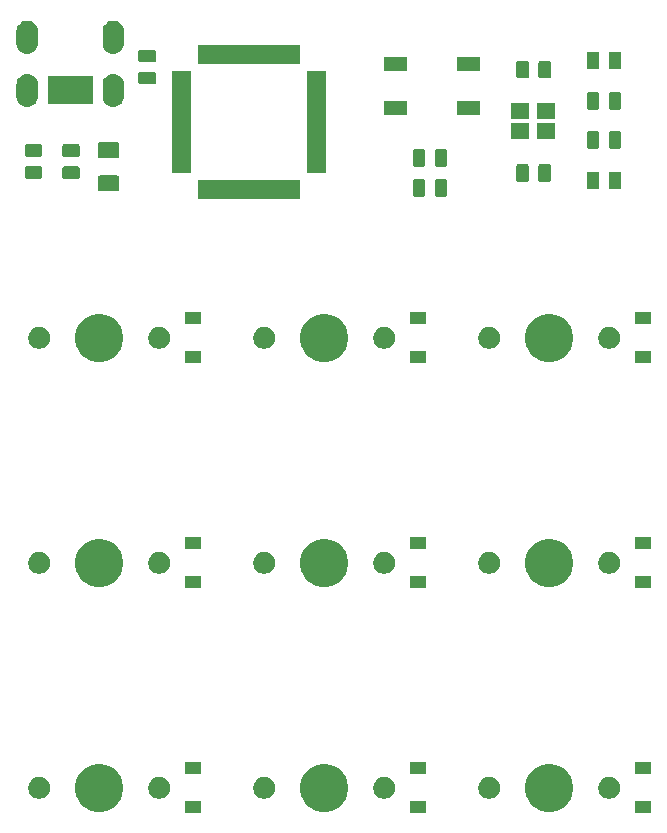
<source format=gts>
G04 #@! TF.GenerationSoftware,KiCad,Pcbnew,(5.1.2)-2*
G04 #@! TF.CreationDate,2019-08-06T13:22:13-07:00*
G04 #@! TF.ProjectId,first-keyboard,66697273-742d-46b6-9579-626f6172642e,rev?*
G04 #@! TF.SameCoordinates,Original*
G04 #@! TF.FileFunction,Soldermask,Top*
G04 #@! TF.FilePolarity,Negative*
%FSLAX46Y46*%
G04 Gerber Fmt 4.6, Leading zero omitted, Abs format (unit mm)*
G04 Created by KiCad (PCBNEW (5.1.2)-2) date 2019-08-06 13:22:13*
%MOMM*%
%LPD*%
G04 APERTURE LIST*
%ADD10C,0.100000*%
G04 APERTURE END LIST*
D10*
G36*
X90281250Y-123564000D02*
G01*
X88979250Y-123564000D01*
X88979250Y-122562000D01*
X90281250Y-122562000D01*
X90281250Y-123564000D01*
X90281250Y-123564000D01*
G37*
G36*
X109331250Y-123564000D02*
G01*
X108029250Y-123564000D01*
X108029250Y-122562000D01*
X109331250Y-122562000D01*
X109331250Y-123564000D01*
X109331250Y-123564000D01*
G37*
G36*
X128381250Y-123564000D02*
G01*
X127079250Y-123564000D01*
X127079250Y-122562000D01*
X128381250Y-122562000D01*
X128381250Y-123564000D01*
X128381250Y-123564000D01*
G37*
G36*
X82289224Y-119509184D02*
G01*
X82507224Y-119599483D01*
X82661373Y-119663333D01*
X82996298Y-119887123D01*
X83281127Y-120171952D01*
X83504917Y-120506877D01*
X83537312Y-120585086D01*
X83659066Y-120879026D01*
X83737650Y-121274094D01*
X83737650Y-121676906D01*
X83659066Y-122071974D01*
X83608201Y-122194772D01*
X83504917Y-122444123D01*
X83281127Y-122779048D01*
X82996298Y-123063877D01*
X82661373Y-123287667D01*
X82507224Y-123351517D01*
X82289224Y-123441816D01*
X81894156Y-123520400D01*
X81491344Y-123520400D01*
X81096276Y-123441816D01*
X80878276Y-123351517D01*
X80724127Y-123287667D01*
X80389202Y-123063877D01*
X80104373Y-122779048D01*
X79880583Y-122444123D01*
X79777299Y-122194772D01*
X79726434Y-122071974D01*
X79647850Y-121676906D01*
X79647850Y-121274094D01*
X79726434Y-120879026D01*
X79848188Y-120585086D01*
X79880583Y-120506877D01*
X80104373Y-120171952D01*
X80389202Y-119887123D01*
X80724127Y-119663333D01*
X80878276Y-119599483D01*
X81096276Y-119509184D01*
X81491344Y-119430600D01*
X81894156Y-119430600D01*
X82289224Y-119509184D01*
X82289224Y-119509184D01*
G37*
G36*
X120389224Y-119509184D02*
G01*
X120607224Y-119599483D01*
X120761373Y-119663333D01*
X121096298Y-119887123D01*
X121381127Y-120171952D01*
X121604917Y-120506877D01*
X121637312Y-120585086D01*
X121759066Y-120879026D01*
X121837650Y-121274094D01*
X121837650Y-121676906D01*
X121759066Y-122071974D01*
X121708201Y-122194772D01*
X121604917Y-122444123D01*
X121381127Y-122779048D01*
X121096298Y-123063877D01*
X120761373Y-123287667D01*
X120607224Y-123351517D01*
X120389224Y-123441816D01*
X119994156Y-123520400D01*
X119591344Y-123520400D01*
X119196276Y-123441816D01*
X118978276Y-123351517D01*
X118824127Y-123287667D01*
X118489202Y-123063877D01*
X118204373Y-122779048D01*
X117980583Y-122444123D01*
X117877299Y-122194772D01*
X117826434Y-122071974D01*
X117747850Y-121676906D01*
X117747850Y-121274094D01*
X117826434Y-120879026D01*
X117948188Y-120585086D01*
X117980583Y-120506877D01*
X118204373Y-120171952D01*
X118489202Y-119887123D01*
X118824127Y-119663333D01*
X118978276Y-119599483D01*
X119196276Y-119509184D01*
X119591344Y-119430600D01*
X119994156Y-119430600D01*
X120389224Y-119509184D01*
X120389224Y-119509184D01*
G37*
G36*
X101339224Y-119509184D02*
G01*
X101557224Y-119599483D01*
X101711373Y-119663333D01*
X102046298Y-119887123D01*
X102331127Y-120171952D01*
X102554917Y-120506877D01*
X102587312Y-120585086D01*
X102709066Y-120879026D01*
X102787650Y-121274094D01*
X102787650Y-121676906D01*
X102709066Y-122071974D01*
X102658201Y-122194772D01*
X102554917Y-122444123D01*
X102331127Y-122779048D01*
X102046298Y-123063877D01*
X101711373Y-123287667D01*
X101557224Y-123351517D01*
X101339224Y-123441816D01*
X100944156Y-123520400D01*
X100541344Y-123520400D01*
X100146276Y-123441816D01*
X99928276Y-123351517D01*
X99774127Y-123287667D01*
X99439202Y-123063877D01*
X99154373Y-122779048D01*
X98930583Y-122444123D01*
X98827299Y-122194772D01*
X98776434Y-122071974D01*
X98697850Y-121676906D01*
X98697850Y-121274094D01*
X98776434Y-120879026D01*
X98898188Y-120585086D01*
X98930583Y-120506877D01*
X99154373Y-120171952D01*
X99439202Y-119887123D01*
X99774127Y-119663333D01*
X99928276Y-119599483D01*
X100146276Y-119509184D01*
X100541344Y-119430600D01*
X100944156Y-119430600D01*
X101339224Y-119509184D01*
X101339224Y-119509184D01*
G37*
G36*
X114982854Y-120585085D02*
G01*
X115151376Y-120654889D01*
X115303041Y-120756228D01*
X115432022Y-120885209D01*
X115533361Y-121036874D01*
X115603165Y-121205396D01*
X115638750Y-121384297D01*
X115638750Y-121566703D01*
X115603165Y-121745604D01*
X115533361Y-121914126D01*
X115432022Y-122065791D01*
X115303041Y-122194772D01*
X115151376Y-122296111D01*
X114982854Y-122365915D01*
X114803953Y-122401500D01*
X114621547Y-122401500D01*
X114442646Y-122365915D01*
X114274124Y-122296111D01*
X114122459Y-122194772D01*
X113993478Y-122065791D01*
X113892139Y-121914126D01*
X113822335Y-121745604D01*
X113786750Y-121566703D01*
X113786750Y-121384297D01*
X113822335Y-121205396D01*
X113892139Y-121036874D01*
X113993478Y-120885209D01*
X114122459Y-120756228D01*
X114274124Y-120654889D01*
X114442646Y-120585085D01*
X114621547Y-120549500D01*
X114803953Y-120549500D01*
X114982854Y-120585085D01*
X114982854Y-120585085D01*
G37*
G36*
X106092854Y-120585085D02*
G01*
X106261376Y-120654889D01*
X106413041Y-120756228D01*
X106542022Y-120885209D01*
X106643361Y-121036874D01*
X106713165Y-121205396D01*
X106748750Y-121384297D01*
X106748750Y-121566703D01*
X106713165Y-121745604D01*
X106643361Y-121914126D01*
X106542022Y-122065791D01*
X106413041Y-122194772D01*
X106261376Y-122296111D01*
X106092854Y-122365915D01*
X105913953Y-122401500D01*
X105731547Y-122401500D01*
X105552646Y-122365915D01*
X105384124Y-122296111D01*
X105232459Y-122194772D01*
X105103478Y-122065791D01*
X105002139Y-121914126D01*
X104932335Y-121745604D01*
X104896750Y-121566703D01*
X104896750Y-121384297D01*
X104932335Y-121205396D01*
X105002139Y-121036874D01*
X105103478Y-120885209D01*
X105232459Y-120756228D01*
X105384124Y-120654889D01*
X105552646Y-120585085D01*
X105731547Y-120549500D01*
X105913953Y-120549500D01*
X106092854Y-120585085D01*
X106092854Y-120585085D01*
G37*
G36*
X95932854Y-120585085D02*
G01*
X96101376Y-120654889D01*
X96253041Y-120756228D01*
X96382022Y-120885209D01*
X96483361Y-121036874D01*
X96553165Y-121205396D01*
X96588750Y-121384297D01*
X96588750Y-121566703D01*
X96553165Y-121745604D01*
X96483361Y-121914126D01*
X96382022Y-122065791D01*
X96253041Y-122194772D01*
X96101376Y-122296111D01*
X95932854Y-122365915D01*
X95753953Y-122401500D01*
X95571547Y-122401500D01*
X95392646Y-122365915D01*
X95224124Y-122296111D01*
X95072459Y-122194772D01*
X94943478Y-122065791D01*
X94842139Y-121914126D01*
X94772335Y-121745604D01*
X94736750Y-121566703D01*
X94736750Y-121384297D01*
X94772335Y-121205396D01*
X94842139Y-121036874D01*
X94943478Y-120885209D01*
X95072459Y-120756228D01*
X95224124Y-120654889D01*
X95392646Y-120585085D01*
X95571547Y-120549500D01*
X95753953Y-120549500D01*
X95932854Y-120585085D01*
X95932854Y-120585085D01*
G37*
G36*
X125142854Y-120585085D02*
G01*
X125311376Y-120654889D01*
X125463041Y-120756228D01*
X125592022Y-120885209D01*
X125693361Y-121036874D01*
X125763165Y-121205396D01*
X125798750Y-121384297D01*
X125798750Y-121566703D01*
X125763165Y-121745604D01*
X125693361Y-121914126D01*
X125592022Y-122065791D01*
X125463041Y-122194772D01*
X125311376Y-122296111D01*
X125142854Y-122365915D01*
X124963953Y-122401500D01*
X124781547Y-122401500D01*
X124602646Y-122365915D01*
X124434124Y-122296111D01*
X124282459Y-122194772D01*
X124153478Y-122065791D01*
X124052139Y-121914126D01*
X123982335Y-121745604D01*
X123946750Y-121566703D01*
X123946750Y-121384297D01*
X123982335Y-121205396D01*
X124052139Y-121036874D01*
X124153478Y-120885209D01*
X124282459Y-120756228D01*
X124434124Y-120654889D01*
X124602646Y-120585085D01*
X124781547Y-120549500D01*
X124963953Y-120549500D01*
X125142854Y-120585085D01*
X125142854Y-120585085D01*
G37*
G36*
X87042854Y-120585085D02*
G01*
X87211376Y-120654889D01*
X87363041Y-120756228D01*
X87492022Y-120885209D01*
X87593361Y-121036874D01*
X87663165Y-121205396D01*
X87698750Y-121384297D01*
X87698750Y-121566703D01*
X87663165Y-121745604D01*
X87593361Y-121914126D01*
X87492022Y-122065791D01*
X87363041Y-122194772D01*
X87211376Y-122296111D01*
X87042854Y-122365915D01*
X86863953Y-122401500D01*
X86681547Y-122401500D01*
X86502646Y-122365915D01*
X86334124Y-122296111D01*
X86182459Y-122194772D01*
X86053478Y-122065791D01*
X85952139Y-121914126D01*
X85882335Y-121745604D01*
X85846750Y-121566703D01*
X85846750Y-121384297D01*
X85882335Y-121205396D01*
X85952139Y-121036874D01*
X86053478Y-120885209D01*
X86182459Y-120756228D01*
X86334124Y-120654889D01*
X86502646Y-120585085D01*
X86681547Y-120549500D01*
X86863953Y-120549500D01*
X87042854Y-120585085D01*
X87042854Y-120585085D01*
G37*
G36*
X76882854Y-120585085D02*
G01*
X77051376Y-120654889D01*
X77203041Y-120756228D01*
X77332022Y-120885209D01*
X77433361Y-121036874D01*
X77503165Y-121205396D01*
X77538750Y-121384297D01*
X77538750Y-121566703D01*
X77503165Y-121745604D01*
X77433361Y-121914126D01*
X77332022Y-122065791D01*
X77203041Y-122194772D01*
X77051376Y-122296111D01*
X76882854Y-122365915D01*
X76703953Y-122401500D01*
X76521547Y-122401500D01*
X76342646Y-122365915D01*
X76174124Y-122296111D01*
X76022459Y-122194772D01*
X75893478Y-122065791D01*
X75792139Y-121914126D01*
X75722335Y-121745604D01*
X75686750Y-121566703D01*
X75686750Y-121384297D01*
X75722335Y-121205396D01*
X75792139Y-121036874D01*
X75893478Y-120885209D01*
X76022459Y-120756228D01*
X76174124Y-120654889D01*
X76342646Y-120585085D01*
X76521547Y-120549500D01*
X76703953Y-120549500D01*
X76882854Y-120585085D01*
X76882854Y-120585085D01*
G37*
G36*
X109331250Y-120264000D02*
G01*
X108029250Y-120264000D01*
X108029250Y-119262000D01*
X109331250Y-119262000D01*
X109331250Y-120264000D01*
X109331250Y-120264000D01*
G37*
G36*
X128381250Y-120264000D02*
G01*
X127079250Y-120264000D01*
X127079250Y-119262000D01*
X128381250Y-119262000D01*
X128381250Y-120264000D01*
X128381250Y-120264000D01*
G37*
G36*
X90281250Y-120264000D02*
G01*
X88979250Y-120264000D01*
X88979250Y-119262000D01*
X90281250Y-119262000D01*
X90281250Y-120264000D01*
X90281250Y-120264000D01*
G37*
G36*
X109331250Y-104514000D02*
G01*
X108029250Y-104514000D01*
X108029250Y-103512000D01*
X109331250Y-103512000D01*
X109331250Y-104514000D01*
X109331250Y-104514000D01*
G37*
G36*
X128381250Y-104514000D02*
G01*
X127079250Y-104514000D01*
X127079250Y-103512000D01*
X128381250Y-103512000D01*
X128381250Y-104514000D01*
X128381250Y-104514000D01*
G37*
G36*
X90281250Y-104514000D02*
G01*
X88979250Y-104514000D01*
X88979250Y-103512000D01*
X90281250Y-103512000D01*
X90281250Y-104514000D01*
X90281250Y-104514000D01*
G37*
G36*
X120389224Y-100459184D02*
G01*
X120607224Y-100549483D01*
X120761373Y-100613333D01*
X121096298Y-100837123D01*
X121381127Y-101121952D01*
X121604917Y-101456877D01*
X121637312Y-101535086D01*
X121759066Y-101829026D01*
X121837650Y-102224094D01*
X121837650Y-102626906D01*
X121759066Y-103021974D01*
X121708201Y-103144772D01*
X121604917Y-103394123D01*
X121381127Y-103729048D01*
X121096298Y-104013877D01*
X120761373Y-104237667D01*
X120607224Y-104301517D01*
X120389224Y-104391816D01*
X119994156Y-104470400D01*
X119591344Y-104470400D01*
X119196276Y-104391816D01*
X118978276Y-104301517D01*
X118824127Y-104237667D01*
X118489202Y-104013877D01*
X118204373Y-103729048D01*
X117980583Y-103394123D01*
X117877299Y-103144772D01*
X117826434Y-103021974D01*
X117747850Y-102626906D01*
X117747850Y-102224094D01*
X117826434Y-101829026D01*
X117948188Y-101535086D01*
X117980583Y-101456877D01*
X118204373Y-101121952D01*
X118489202Y-100837123D01*
X118824127Y-100613333D01*
X118978276Y-100549483D01*
X119196276Y-100459184D01*
X119591344Y-100380600D01*
X119994156Y-100380600D01*
X120389224Y-100459184D01*
X120389224Y-100459184D01*
G37*
G36*
X101339224Y-100459184D02*
G01*
X101557224Y-100549483D01*
X101711373Y-100613333D01*
X102046298Y-100837123D01*
X102331127Y-101121952D01*
X102554917Y-101456877D01*
X102587312Y-101535086D01*
X102709066Y-101829026D01*
X102787650Y-102224094D01*
X102787650Y-102626906D01*
X102709066Y-103021974D01*
X102658201Y-103144772D01*
X102554917Y-103394123D01*
X102331127Y-103729048D01*
X102046298Y-104013877D01*
X101711373Y-104237667D01*
X101557224Y-104301517D01*
X101339224Y-104391816D01*
X100944156Y-104470400D01*
X100541344Y-104470400D01*
X100146276Y-104391816D01*
X99928276Y-104301517D01*
X99774127Y-104237667D01*
X99439202Y-104013877D01*
X99154373Y-103729048D01*
X98930583Y-103394123D01*
X98827299Y-103144772D01*
X98776434Y-103021974D01*
X98697850Y-102626906D01*
X98697850Y-102224094D01*
X98776434Y-101829026D01*
X98898188Y-101535086D01*
X98930583Y-101456877D01*
X99154373Y-101121952D01*
X99439202Y-100837123D01*
X99774127Y-100613333D01*
X99928276Y-100549483D01*
X100146276Y-100459184D01*
X100541344Y-100380600D01*
X100944156Y-100380600D01*
X101339224Y-100459184D01*
X101339224Y-100459184D01*
G37*
G36*
X82289224Y-100459184D02*
G01*
X82507224Y-100549483D01*
X82661373Y-100613333D01*
X82996298Y-100837123D01*
X83281127Y-101121952D01*
X83504917Y-101456877D01*
X83537312Y-101535086D01*
X83659066Y-101829026D01*
X83737650Y-102224094D01*
X83737650Y-102626906D01*
X83659066Y-103021974D01*
X83608201Y-103144772D01*
X83504917Y-103394123D01*
X83281127Y-103729048D01*
X82996298Y-104013877D01*
X82661373Y-104237667D01*
X82507224Y-104301517D01*
X82289224Y-104391816D01*
X81894156Y-104470400D01*
X81491344Y-104470400D01*
X81096276Y-104391816D01*
X80878276Y-104301517D01*
X80724127Y-104237667D01*
X80389202Y-104013877D01*
X80104373Y-103729048D01*
X79880583Y-103394123D01*
X79777299Y-103144772D01*
X79726434Y-103021974D01*
X79647850Y-102626906D01*
X79647850Y-102224094D01*
X79726434Y-101829026D01*
X79848188Y-101535086D01*
X79880583Y-101456877D01*
X80104373Y-101121952D01*
X80389202Y-100837123D01*
X80724127Y-100613333D01*
X80878276Y-100549483D01*
X81096276Y-100459184D01*
X81491344Y-100380600D01*
X81894156Y-100380600D01*
X82289224Y-100459184D01*
X82289224Y-100459184D01*
G37*
G36*
X125142854Y-101535085D02*
G01*
X125311376Y-101604889D01*
X125463041Y-101706228D01*
X125592022Y-101835209D01*
X125693361Y-101986874D01*
X125763165Y-102155396D01*
X125798750Y-102334297D01*
X125798750Y-102516703D01*
X125763165Y-102695604D01*
X125693361Y-102864126D01*
X125592022Y-103015791D01*
X125463041Y-103144772D01*
X125311376Y-103246111D01*
X125142854Y-103315915D01*
X124963953Y-103351500D01*
X124781547Y-103351500D01*
X124602646Y-103315915D01*
X124434124Y-103246111D01*
X124282459Y-103144772D01*
X124153478Y-103015791D01*
X124052139Y-102864126D01*
X123982335Y-102695604D01*
X123946750Y-102516703D01*
X123946750Y-102334297D01*
X123982335Y-102155396D01*
X124052139Y-101986874D01*
X124153478Y-101835209D01*
X124282459Y-101706228D01*
X124434124Y-101604889D01*
X124602646Y-101535085D01*
X124781547Y-101499500D01*
X124963953Y-101499500D01*
X125142854Y-101535085D01*
X125142854Y-101535085D01*
G37*
G36*
X106092854Y-101535085D02*
G01*
X106261376Y-101604889D01*
X106413041Y-101706228D01*
X106542022Y-101835209D01*
X106643361Y-101986874D01*
X106713165Y-102155396D01*
X106748750Y-102334297D01*
X106748750Y-102516703D01*
X106713165Y-102695604D01*
X106643361Y-102864126D01*
X106542022Y-103015791D01*
X106413041Y-103144772D01*
X106261376Y-103246111D01*
X106092854Y-103315915D01*
X105913953Y-103351500D01*
X105731547Y-103351500D01*
X105552646Y-103315915D01*
X105384124Y-103246111D01*
X105232459Y-103144772D01*
X105103478Y-103015791D01*
X105002139Y-102864126D01*
X104932335Y-102695604D01*
X104896750Y-102516703D01*
X104896750Y-102334297D01*
X104932335Y-102155396D01*
X105002139Y-101986874D01*
X105103478Y-101835209D01*
X105232459Y-101706228D01*
X105384124Y-101604889D01*
X105552646Y-101535085D01*
X105731547Y-101499500D01*
X105913953Y-101499500D01*
X106092854Y-101535085D01*
X106092854Y-101535085D01*
G37*
G36*
X87042854Y-101535085D02*
G01*
X87211376Y-101604889D01*
X87363041Y-101706228D01*
X87492022Y-101835209D01*
X87593361Y-101986874D01*
X87663165Y-102155396D01*
X87698750Y-102334297D01*
X87698750Y-102516703D01*
X87663165Y-102695604D01*
X87593361Y-102864126D01*
X87492022Y-103015791D01*
X87363041Y-103144772D01*
X87211376Y-103246111D01*
X87042854Y-103315915D01*
X86863953Y-103351500D01*
X86681547Y-103351500D01*
X86502646Y-103315915D01*
X86334124Y-103246111D01*
X86182459Y-103144772D01*
X86053478Y-103015791D01*
X85952139Y-102864126D01*
X85882335Y-102695604D01*
X85846750Y-102516703D01*
X85846750Y-102334297D01*
X85882335Y-102155396D01*
X85952139Y-101986874D01*
X86053478Y-101835209D01*
X86182459Y-101706228D01*
X86334124Y-101604889D01*
X86502646Y-101535085D01*
X86681547Y-101499500D01*
X86863953Y-101499500D01*
X87042854Y-101535085D01*
X87042854Y-101535085D01*
G37*
G36*
X76882854Y-101535085D02*
G01*
X77051376Y-101604889D01*
X77203041Y-101706228D01*
X77332022Y-101835209D01*
X77433361Y-101986874D01*
X77503165Y-102155396D01*
X77538750Y-102334297D01*
X77538750Y-102516703D01*
X77503165Y-102695604D01*
X77433361Y-102864126D01*
X77332022Y-103015791D01*
X77203041Y-103144772D01*
X77051376Y-103246111D01*
X76882854Y-103315915D01*
X76703953Y-103351500D01*
X76521547Y-103351500D01*
X76342646Y-103315915D01*
X76174124Y-103246111D01*
X76022459Y-103144772D01*
X75893478Y-103015791D01*
X75792139Y-102864126D01*
X75722335Y-102695604D01*
X75686750Y-102516703D01*
X75686750Y-102334297D01*
X75722335Y-102155396D01*
X75792139Y-101986874D01*
X75893478Y-101835209D01*
X76022459Y-101706228D01*
X76174124Y-101604889D01*
X76342646Y-101535085D01*
X76521547Y-101499500D01*
X76703953Y-101499500D01*
X76882854Y-101535085D01*
X76882854Y-101535085D01*
G37*
G36*
X95932854Y-101535085D02*
G01*
X96101376Y-101604889D01*
X96253041Y-101706228D01*
X96382022Y-101835209D01*
X96483361Y-101986874D01*
X96553165Y-102155396D01*
X96588750Y-102334297D01*
X96588750Y-102516703D01*
X96553165Y-102695604D01*
X96483361Y-102864126D01*
X96382022Y-103015791D01*
X96253041Y-103144772D01*
X96101376Y-103246111D01*
X95932854Y-103315915D01*
X95753953Y-103351500D01*
X95571547Y-103351500D01*
X95392646Y-103315915D01*
X95224124Y-103246111D01*
X95072459Y-103144772D01*
X94943478Y-103015791D01*
X94842139Y-102864126D01*
X94772335Y-102695604D01*
X94736750Y-102516703D01*
X94736750Y-102334297D01*
X94772335Y-102155396D01*
X94842139Y-101986874D01*
X94943478Y-101835209D01*
X95072459Y-101706228D01*
X95224124Y-101604889D01*
X95392646Y-101535085D01*
X95571547Y-101499500D01*
X95753953Y-101499500D01*
X95932854Y-101535085D01*
X95932854Y-101535085D01*
G37*
G36*
X114982854Y-101535085D02*
G01*
X115151376Y-101604889D01*
X115303041Y-101706228D01*
X115432022Y-101835209D01*
X115533361Y-101986874D01*
X115603165Y-102155396D01*
X115638750Y-102334297D01*
X115638750Y-102516703D01*
X115603165Y-102695604D01*
X115533361Y-102864126D01*
X115432022Y-103015791D01*
X115303041Y-103144772D01*
X115151376Y-103246111D01*
X114982854Y-103315915D01*
X114803953Y-103351500D01*
X114621547Y-103351500D01*
X114442646Y-103315915D01*
X114274124Y-103246111D01*
X114122459Y-103144772D01*
X113993478Y-103015791D01*
X113892139Y-102864126D01*
X113822335Y-102695604D01*
X113786750Y-102516703D01*
X113786750Y-102334297D01*
X113822335Y-102155396D01*
X113892139Y-101986874D01*
X113993478Y-101835209D01*
X114122459Y-101706228D01*
X114274124Y-101604889D01*
X114442646Y-101535085D01*
X114621547Y-101499500D01*
X114803953Y-101499500D01*
X114982854Y-101535085D01*
X114982854Y-101535085D01*
G37*
G36*
X128381250Y-101214000D02*
G01*
X127079250Y-101214000D01*
X127079250Y-100212000D01*
X128381250Y-100212000D01*
X128381250Y-101214000D01*
X128381250Y-101214000D01*
G37*
G36*
X109331250Y-101214000D02*
G01*
X108029250Y-101214000D01*
X108029250Y-100212000D01*
X109331250Y-100212000D01*
X109331250Y-101214000D01*
X109331250Y-101214000D01*
G37*
G36*
X90281250Y-101214000D02*
G01*
X88979250Y-101214000D01*
X88979250Y-100212000D01*
X90281250Y-100212000D01*
X90281250Y-101214000D01*
X90281250Y-101214000D01*
G37*
G36*
X128381250Y-85464000D02*
G01*
X127079250Y-85464000D01*
X127079250Y-84462000D01*
X128381250Y-84462000D01*
X128381250Y-85464000D01*
X128381250Y-85464000D01*
G37*
G36*
X109331250Y-85464000D02*
G01*
X108029250Y-85464000D01*
X108029250Y-84462000D01*
X109331250Y-84462000D01*
X109331250Y-85464000D01*
X109331250Y-85464000D01*
G37*
G36*
X90281250Y-85464000D02*
G01*
X88979250Y-85464000D01*
X88979250Y-84462000D01*
X90281250Y-84462000D01*
X90281250Y-85464000D01*
X90281250Y-85464000D01*
G37*
G36*
X101339224Y-81409184D02*
G01*
X101557224Y-81499483D01*
X101711373Y-81563333D01*
X102046298Y-81787123D01*
X102331127Y-82071952D01*
X102554917Y-82406877D01*
X102587312Y-82485086D01*
X102709066Y-82779026D01*
X102787650Y-83174094D01*
X102787650Y-83576906D01*
X102709066Y-83971974D01*
X102658201Y-84094772D01*
X102554917Y-84344123D01*
X102331127Y-84679048D01*
X102046298Y-84963877D01*
X101711373Y-85187667D01*
X101557224Y-85251517D01*
X101339224Y-85341816D01*
X100944156Y-85420400D01*
X100541344Y-85420400D01*
X100146276Y-85341816D01*
X99928276Y-85251517D01*
X99774127Y-85187667D01*
X99439202Y-84963877D01*
X99154373Y-84679048D01*
X98930583Y-84344123D01*
X98827299Y-84094772D01*
X98776434Y-83971974D01*
X98697850Y-83576906D01*
X98697850Y-83174094D01*
X98776434Y-82779026D01*
X98898188Y-82485086D01*
X98930583Y-82406877D01*
X99154373Y-82071952D01*
X99439202Y-81787123D01*
X99774127Y-81563333D01*
X99928276Y-81499483D01*
X100146276Y-81409184D01*
X100541344Y-81330600D01*
X100944156Y-81330600D01*
X101339224Y-81409184D01*
X101339224Y-81409184D01*
G37*
G36*
X82289224Y-81409184D02*
G01*
X82507224Y-81499483D01*
X82661373Y-81563333D01*
X82996298Y-81787123D01*
X83281127Y-82071952D01*
X83504917Y-82406877D01*
X83537312Y-82485086D01*
X83659066Y-82779026D01*
X83737650Y-83174094D01*
X83737650Y-83576906D01*
X83659066Y-83971974D01*
X83608201Y-84094772D01*
X83504917Y-84344123D01*
X83281127Y-84679048D01*
X82996298Y-84963877D01*
X82661373Y-85187667D01*
X82507224Y-85251517D01*
X82289224Y-85341816D01*
X81894156Y-85420400D01*
X81491344Y-85420400D01*
X81096276Y-85341816D01*
X80878276Y-85251517D01*
X80724127Y-85187667D01*
X80389202Y-84963877D01*
X80104373Y-84679048D01*
X79880583Y-84344123D01*
X79777299Y-84094772D01*
X79726434Y-83971974D01*
X79647850Y-83576906D01*
X79647850Y-83174094D01*
X79726434Y-82779026D01*
X79848188Y-82485086D01*
X79880583Y-82406877D01*
X80104373Y-82071952D01*
X80389202Y-81787123D01*
X80724127Y-81563333D01*
X80878276Y-81499483D01*
X81096276Y-81409184D01*
X81491344Y-81330600D01*
X81894156Y-81330600D01*
X82289224Y-81409184D01*
X82289224Y-81409184D01*
G37*
G36*
X120389224Y-81409184D02*
G01*
X120607224Y-81499483D01*
X120761373Y-81563333D01*
X121096298Y-81787123D01*
X121381127Y-82071952D01*
X121604917Y-82406877D01*
X121637312Y-82485086D01*
X121759066Y-82779026D01*
X121837650Y-83174094D01*
X121837650Y-83576906D01*
X121759066Y-83971974D01*
X121708201Y-84094772D01*
X121604917Y-84344123D01*
X121381127Y-84679048D01*
X121096298Y-84963877D01*
X120761373Y-85187667D01*
X120607224Y-85251517D01*
X120389224Y-85341816D01*
X119994156Y-85420400D01*
X119591344Y-85420400D01*
X119196276Y-85341816D01*
X118978276Y-85251517D01*
X118824127Y-85187667D01*
X118489202Y-84963877D01*
X118204373Y-84679048D01*
X117980583Y-84344123D01*
X117877299Y-84094772D01*
X117826434Y-83971974D01*
X117747850Y-83576906D01*
X117747850Y-83174094D01*
X117826434Y-82779026D01*
X117948188Y-82485086D01*
X117980583Y-82406877D01*
X118204373Y-82071952D01*
X118489202Y-81787123D01*
X118824127Y-81563333D01*
X118978276Y-81499483D01*
X119196276Y-81409184D01*
X119591344Y-81330600D01*
X119994156Y-81330600D01*
X120389224Y-81409184D01*
X120389224Y-81409184D01*
G37*
G36*
X114982854Y-82485085D02*
G01*
X115151376Y-82554889D01*
X115303041Y-82656228D01*
X115432022Y-82785209D01*
X115533361Y-82936874D01*
X115603165Y-83105396D01*
X115638750Y-83284297D01*
X115638750Y-83466703D01*
X115603165Y-83645604D01*
X115533361Y-83814126D01*
X115432022Y-83965791D01*
X115303041Y-84094772D01*
X115151376Y-84196111D01*
X114982854Y-84265915D01*
X114803953Y-84301500D01*
X114621547Y-84301500D01*
X114442646Y-84265915D01*
X114274124Y-84196111D01*
X114122459Y-84094772D01*
X113993478Y-83965791D01*
X113892139Y-83814126D01*
X113822335Y-83645604D01*
X113786750Y-83466703D01*
X113786750Y-83284297D01*
X113822335Y-83105396D01*
X113892139Y-82936874D01*
X113993478Y-82785209D01*
X114122459Y-82656228D01*
X114274124Y-82554889D01*
X114442646Y-82485085D01*
X114621547Y-82449500D01*
X114803953Y-82449500D01*
X114982854Y-82485085D01*
X114982854Y-82485085D01*
G37*
G36*
X106092854Y-82485085D02*
G01*
X106261376Y-82554889D01*
X106413041Y-82656228D01*
X106542022Y-82785209D01*
X106643361Y-82936874D01*
X106713165Y-83105396D01*
X106748750Y-83284297D01*
X106748750Y-83466703D01*
X106713165Y-83645604D01*
X106643361Y-83814126D01*
X106542022Y-83965791D01*
X106413041Y-84094772D01*
X106261376Y-84196111D01*
X106092854Y-84265915D01*
X105913953Y-84301500D01*
X105731547Y-84301500D01*
X105552646Y-84265915D01*
X105384124Y-84196111D01*
X105232459Y-84094772D01*
X105103478Y-83965791D01*
X105002139Y-83814126D01*
X104932335Y-83645604D01*
X104896750Y-83466703D01*
X104896750Y-83284297D01*
X104932335Y-83105396D01*
X105002139Y-82936874D01*
X105103478Y-82785209D01*
X105232459Y-82656228D01*
X105384124Y-82554889D01*
X105552646Y-82485085D01*
X105731547Y-82449500D01*
X105913953Y-82449500D01*
X106092854Y-82485085D01*
X106092854Y-82485085D01*
G37*
G36*
X76882854Y-82485085D02*
G01*
X77051376Y-82554889D01*
X77203041Y-82656228D01*
X77332022Y-82785209D01*
X77433361Y-82936874D01*
X77503165Y-83105396D01*
X77538750Y-83284297D01*
X77538750Y-83466703D01*
X77503165Y-83645604D01*
X77433361Y-83814126D01*
X77332022Y-83965791D01*
X77203041Y-84094772D01*
X77051376Y-84196111D01*
X76882854Y-84265915D01*
X76703953Y-84301500D01*
X76521547Y-84301500D01*
X76342646Y-84265915D01*
X76174124Y-84196111D01*
X76022459Y-84094772D01*
X75893478Y-83965791D01*
X75792139Y-83814126D01*
X75722335Y-83645604D01*
X75686750Y-83466703D01*
X75686750Y-83284297D01*
X75722335Y-83105396D01*
X75792139Y-82936874D01*
X75893478Y-82785209D01*
X76022459Y-82656228D01*
X76174124Y-82554889D01*
X76342646Y-82485085D01*
X76521547Y-82449500D01*
X76703953Y-82449500D01*
X76882854Y-82485085D01*
X76882854Y-82485085D01*
G37*
G36*
X87042854Y-82485085D02*
G01*
X87211376Y-82554889D01*
X87363041Y-82656228D01*
X87492022Y-82785209D01*
X87593361Y-82936874D01*
X87663165Y-83105396D01*
X87698750Y-83284297D01*
X87698750Y-83466703D01*
X87663165Y-83645604D01*
X87593361Y-83814126D01*
X87492022Y-83965791D01*
X87363041Y-84094772D01*
X87211376Y-84196111D01*
X87042854Y-84265915D01*
X86863953Y-84301500D01*
X86681547Y-84301500D01*
X86502646Y-84265915D01*
X86334124Y-84196111D01*
X86182459Y-84094772D01*
X86053478Y-83965791D01*
X85952139Y-83814126D01*
X85882335Y-83645604D01*
X85846750Y-83466703D01*
X85846750Y-83284297D01*
X85882335Y-83105396D01*
X85952139Y-82936874D01*
X86053478Y-82785209D01*
X86182459Y-82656228D01*
X86334124Y-82554889D01*
X86502646Y-82485085D01*
X86681547Y-82449500D01*
X86863953Y-82449500D01*
X87042854Y-82485085D01*
X87042854Y-82485085D01*
G37*
G36*
X95932854Y-82485085D02*
G01*
X96101376Y-82554889D01*
X96253041Y-82656228D01*
X96382022Y-82785209D01*
X96483361Y-82936874D01*
X96553165Y-83105396D01*
X96588750Y-83284297D01*
X96588750Y-83466703D01*
X96553165Y-83645604D01*
X96483361Y-83814126D01*
X96382022Y-83965791D01*
X96253041Y-84094772D01*
X96101376Y-84196111D01*
X95932854Y-84265915D01*
X95753953Y-84301500D01*
X95571547Y-84301500D01*
X95392646Y-84265915D01*
X95224124Y-84196111D01*
X95072459Y-84094772D01*
X94943478Y-83965791D01*
X94842139Y-83814126D01*
X94772335Y-83645604D01*
X94736750Y-83466703D01*
X94736750Y-83284297D01*
X94772335Y-83105396D01*
X94842139Y-82936874D01*
X94943478Y-82785209D01*
X95072459Y-82656228D01*
X95224124Y-82554889D01*
X95392646Y-82485085D01*
X95571547Y-82449500D01*
X95753953Y-82449500D01*
X95932854Y-82485085D01*
X95932854Y-82485085D01*
G37*
G36*
X125142854Y-82485085D02*
G01*
X125311376Y-82554889D01*
X125463041Y-82656228D01*
X125592022Y-82785209D01*
X125693361Y-82936874D01*
X125763165Y-83105396D01*
X125798750Y-83284297D01*
X125798750Y-83466703D01*
X125763165Y-83645604D01*
X125693361Y-83814126D01*
X125592022Y-83965791D01*
X125463041Y-84094772D01*
X125311376Y-84196111D01*
X125142854Y-84265915D01*
X124963953Y-84301500D01*
X124781547Y-84301500D01*
X124602646Y-84265915D01*
X124434124Y-84196111D01*
X124282459Y-84094772D01*
X124153478Y-83965791D01*
X124052139Y-83814126D01*
X123982335Y-83645604D01*
X123946750Y-83466703D01*
X123946750Y-83284297D01*
X123982335Y-83105396D01*
X124052139Y-82936874D01*
X124153478Y-82785209D01*
X124282459Y-82656228D01*
X124434124Y-82554889D01*
X124602646Y-82485085D01*
X124781547Y-82449500D01*
X124963953Y-82449500D01*
X125142854Y-82485085D01*
X125142854Y-82485085D01*
G37*
G36*
X90281250Y-82164000D02*
G01*
X88979250Y-82164000D01*
X88979250Y-81162000D01*
X90281250Y-81162000D01*
X90281250Y-82164000D01*
X90281250Y-82164000D01*
G37*
G36*
X128381250Y-82164000D02*
G01*
X127079250Y-82164000D01*
X127079250Y-81162000D01*
X128381250Y-81162000D01*
X128381250Y-82164000D01*
X128381250Y-82164000D01*
G37*
G36*
X109331250Y-82164000D02*
G01*
X108029250Y-82164000D01*
X108029250Y-81162000D01*
X109331250Y-81162000D01*
X109331250Y-82164000D01*
X109331250Y-82164000D01*
G37*
G36*
X98718750Y-71620250D02*
G01*
X90066750Y-71620250D01*
X90066750Y-70018250D01*
X98718750Y-70018250D01*
X98718750Y-71620250D01*
X98718750Y-71620250D01*
G37*
G36*
X111020718Y-69929065D02*
G01*
X111059388Y-69940796D01*
X111095027Y-69959846D01*
X111126267Y-69985483D01*
X111151904Y-70016723D01*
X111170954Y-70052362D01*
X111182685Y-70091032D01*
X111187250Y-70137388D01*
X111187250Y-71213612D01*
X111182685Y-71259968D01*
X111170954Y-71298638D01*
X111151904Y-71334277D01*
X111126267Y-71365517D01*
X111095027Y-71391154D01*
X111059388Y-71410204D01*
X111020718Y-71421935D01*
X110974362Y-71426500D01*
X110323138Y-71426500D01*
X110276782Y-71421935D01*
X110238112Y-71410204D01*
X110202473Y-71391154D01*
X110171233Y-71365517D01*
X110145596Y-71334277D01*
X110126546Y-71298638D01*
X110114815Y-71259968D01*
X110110250Y-71213612D01*
X110110250Y-70137388D01*
X110114815Y-70091032D01*
X110126546Y-70052362D01*
X110145596Y-70016723D01*
X110171233Y-69985483D01*
X110202473Y-69959846D01*
X110238112Y-69940796D01*
X110276782Y-69929065D01*
X110323138Y-69924500D01*
X110974362Y-69924500D01*
X111020718Y-69929065D01*
X111020718Y-69929065D01*
G37*
G36*
X109145718Y-69929065D02*
G01*
X109184388Y-69940796D01*
X109220027Y-69959846D01*
X109251267Y-69985483D01*
X109276904Y-70016723D01*
X109295954Y-70052362D01*
X109307685Y-70091032D01*
X109312250Y-70137388D01*
X109312250Y-71213612D01*
X109307685Y-71259968D01*
X109295954Y-71298638D01*
X109276904Y-71334277D01*
X109251267Y-71365517D01*
X109220027Y-71391154D01*
X109184388Y-71410204D01*
X109145718Y-71421935D01*
X109099362Y-71426500D01*
X108448138Y-71426500D01*
X108401782Y-71421935D01*
X108363112Y-71410204D01*
X108327473Y-71391154D01*
X108296233Y-71365517D01*
X108270596Y-71334277D01*
X108251546Y-71298638D01*
X108239815Y-71259968D01*
X108235250Y-71213612D01*
X108235250Y-70137388D01*
X108239815Y-70091032D01*
X108251546Y-70052362D01*
X108270596Y-70016723D01*
X108296233Y-69985483D01*
X108327473Y-69959846D01*
X108363112Y-69940796D01*
X108401782Y-69929065D01*
X108448138Y-69924500D01*
X109099362Y-69924500D01*
X109145718Y-69929065D01*
X109145718Y-69929065D01*
G37*
G36*
X83255104Y-69628847D02*
G01*
X83291644Y-69639932D01*
X83325321Y-69657933D01*
X83354841Y-69682159D01*
X83379067Y-69711679D01*
X83397068Y-69745356D01*
X83408153Y-69781896D01*
X83412500Y-69826038D01*
X83412500Y-70774962D01*
X83408153Y-70819104D01*
X83397068Y-70855644D01*
X83379067Y-70889321D01*
X83354841Y-70918841D01*
X83325321Y-70943067D01*
X83291644Y-70961068D01*
X83255104Y-70972153D01*
X83210962Y-70976500D01*
X81762038Y-70976500D01*
X81717896Y-70972153D01*
X81681356Y-70961068D01*
X81647679Y-70943067D01*
X81618159Y-70918841D01*
X81593933Y-70889321D01*
X81575932Y-70855644D01*
X81564847Y-70819104D01*
X81560500Y-70774962D01*
X81560500Y-69826038D01*
X81564847Y-69781896D01*
X81575932Y-69745356D01*
X81593933Y-69711679D01*
X81618159Y-69682159D01*
X81647679Y-69657933D01*
X81681356Y-69639932D01*
X81717896Y-69628847D01*
X81762038Y-69624500D01*
X83210962Y-69624500D01*
X83255104Y-69628847D01*
X83255104Y-69628847D01*
G37*
G36*
X125752718Y-69294065D02*
G01*
X125791388Y-69305796D01*
X125827027Y-69324846D01*
X125858267Y-69350483D01*
X125883904Y-69381723D01*
X125902954Y-69417362D01*
X125914685Y-69456032D01*
X125919250Y-69502388D01*
X125919250Y-70578612D01*
X125914685Y-70624968D01*
X125902954Y-70663638D01*
X125883904Y-70699277D01*
X125858267Y-70730517D01*
X125827027Y-70756154D01*
X125791388Y-70775204D01*
X125752718Y-70786935D01*
X125706362Y-70791500D01*
X125055138Y-70791500D01*
X125008782Y-70786935D01*
X124970112Y-70775204D01*
X124934473Y-70756154D01*
X124903233Y-70730517D01*
X124877596Y-70699277D01*
X124858546Y-70663638D01*
X124846815Y-70624968D01*
X124842250Y-70578612D01*
X124842250Y-69502388D01*
X124846815Y-69456032D01*
X124858546Y-69417362D01*
X124877596Y-69381723D01*
X124903233Y-69350483D01*
X124934473Y-69324846D01*
X124970112Y-69305796D01*
X125008782Y-69294065D01*
X125055138Y-69289500D01*
X125706362Y-69289500D01*
X125752718Y-69294065D01*
X125752718Y-69294065D01*
G37*
G36*
X123877718Y-69294065D02*
G01*
X123916388Y-69305796D01*
X123952027Y-69324846D01*
X123983267Y-69350483D01*
X124008904Y-69381723D01*
X124027954Y-69417362D01*
X124039685Y-69456032D01*
X124044250Y-69502388D01*
X124044250Y-70578612D01*
X124039685Y-70624968D01*
X124027954Y-70663638D01*
X124008904Y-70699277D01*
X123983267Y-70730517D01*
X123952027Y-70756154D01*
X123916388Y-70775204D01*
X123877718Y-70786935D01*
X123831362Y-70791500D01*
X123180138Y-70791500D01*
X123133782Y-70786935D01*
X123095112Y-70775204D01*
X123059473Y-70756154D01*
X123028233Y-70730517D01*
X123002596Y-70699277D01*
X122983546Y-70663638D01*
X122971815Y-70624968D01*
X122967250Y-70578612D01*
X122967250Y-69502388D01*
X122971815Y-69456032D01*
X122983546Y-69417362D01*
X123002596Y-69381723D01*
X123028233Y-69350483D01*
X123059473Y-69324846D01*
X123095112Y-69305796D01*
X123133782Y-69294065D01*
X123180138Y-69289500D01*
X123831362Y-69289500D01*
X123877718Y-69294065D01*
X123877718Y-69294065D01*
G37*
G36*
X117908718Y-68659065D02*
G01*
X117947388Y-68670796D01*
X117983027Y-68689846D01*
X118014267Y-68715483D01*
X118039904Y-68746723D01*
X118058954Y-68782362D01*
X118070685Y-68821032D01*
X118075250Y-68867388D01*
X118075250Y-69943612D01*
X118070685Y-69989968D01*
X118058954Y-70028638D01*
X118039904Y-70064277D01*
X118014267Y-70095517D01*
X117983027Y-70121154D01*
X117947388Y-70140204D01*
X117908718Y-70151935D01*
X117862362Y-70156500D01*
X117211138Y-70156500D01*
X117164782Y-70151935D01*
X117126112Y-70140204D01*
X117090473Y-70121154D01*
X117059233Y-70095517D01*
X117033596Y-70064277D01*
X117014546Y-70028638D01*
X117002815Y-69989968D01*
X116998250Y-69943612D01*
X116998250Y-68867388D01*
X117002815Y-68821032D01*
X117014546Y-68782362D01*
X117033596Y-68746723D01*
X117059233Y-68715483D01*
X117090473Y-68689846D01*
X117126112Y-68670796D01*
X117164782Y-68659065D01*
X117211138Y-68654500D01*
X117862362Y-68654500D01*
X117908718Y-68659065D01*
X117908718Y-68659065D01*
G37*
G36*
X119783718Y-68659065D02*
G01*
X119822388Y-68670796D01*
X119858027Y-68689846D01*
X119889267Y-68715483D01*
X119914904Y-68746723D01*
X119933954Y-68782362D01*
X119945685Y-68821032D01*
X119950250Y-68867388D01*
X119950250Y-69943612D01*
X119945685Y-69989968D01*
X119933954Y-70028638D01*
X119914904Y-70064277D01*
X119889267Y-70095517D01*
X119858027Y-70121154D01*
X119822388Y-70140204D01*
X119783718Y-70151935D01*
X119737362Y-70156500D01*
X119086138Y-70156500D01*
X119039782Y-70151935D01*
X119001112Y-70140204D01*
X118965473Y-70121154D01*
X118934233Y-70095517D01*
X118908596Y-70064277D01*
X118889546Y-70028638D01*
X118877815Y-69989968D01*
X118873250Y-69943612D01*
X118873250Y-68867388D01*
X118877815Y-68821032D01*
X118889546Y-68782362D01*
X118908596Y-68746723D01*
X118934233Y-68715483D01*
X118965473Y-68689846D01*
X119001112Y-68670796D01*
X119039782Y-68659065D01*
X119086138Y-68654500D01*
X119737362Y-68654500D01*
X119783718Y-68659065D01*
X119783718Y-68659065D01*
G37*
G36*
X76720968Y-68841565D02*
G01*
X76759638Y-68853296D01*
X76795277Y-68872346D01*
X76826517Y-68897983D01*
X76852154Y-68929223D01*
X76871204Y-68964862D01*
X76882935Y-69003532D01*
X76887500Y-69049888D01*
X76887500Y-69701112D01*
X76882935Y-69747468D01*
X76871204Y-69786138D01*
X76852154Y-69821777D01*
X76826517Y-69853017D01*
X76795277Y-69878654D01*
X76759638Y-69897704D01*
X76720968Y-69909435D01*
X76674612Y-69914000D01*
X75598388Y-69914000D01*
X75552032Y-69909435D01*
X75513362Y-69897704D01*
X75477723Y-69878654D01*
X75446483Y-69853017D01*
X75420846Y-69821777D01*
X75401796Y-69786138D01*
X75390065Y-69747468D01*
X75385500Y-69701112D01*
X75385500Y-69049888D01*
X75390065Y-69003532D01*
X75401796Y-68964862D01*
X75420846Y-68929223D01*
X75446483Y-68897983D01*
X75477723Y-68872346D01*
X75513362Y-68853296D01*
X75552032Y-68841565D01*
X75598388Y-68837000D01*
X76674612Y-68837000D01*
X76720968Y-68841565D01*
X76720968Y-68841565D01*
G37*
G36*
X79895968Y-68841565D02*
G01*
X79934638Y-68853296D01*
X79970277Y-68872346D01*
X80001517Y-68897983D01*
X80027154Y-68929223D01*
X80046204Y-68964862D01*
X80057935Y-69003532D01*
X80062500Y-69049888D01*
X80062500Y-69701112D01*
X80057935Y-69747468D01*
X80046204Y-69786138D01*
X80027154Y-69821777D01*
X80001517Y-69853017D01*
X79970277Y-69878654D01*
X79934638Y-69897704D01*
X79895968Y-69909435D01*
X79849612Y-69914000D01*
X78773388Y-69914000D01*
X78727032Y-69909435D01*
X78688362Y-69897704D01*
X78652723Y-69878654D01*
X78621483Y-69853017D01*
X78595846Y-69821777D01*
X78576796Y-69786138D01*
X78565065Y-69747468D01*
X78560500Y-69701112D01*
X78560500Y-69049888D01*
X78565065Y-69003532D01*
X78576796Y-68964862D01*
X78595846Y-68929223D01*
X78621483Y-68897983D01*
X78652723Y-68872346D01*
X78688362Y-68853296D01*
X78727032Y-68841565D01*
X78773388Y-68837000D01*
X79849612Y-68837000D01*
X79895968Y-68841565D01*
X79895968Y-68841565D01*
G37*
G36*
X100893750Y-69445250D02*
G01*
X99291750Y-69445250D01*
X99291750Y-60793250D01*
X100893750Y-60793250D01*
X100893750Y-69445250D01*
X100893750Y-69445250D01*
G37*
G36*
X89493750Y-69445250D02*
G01*
X87891750Y-69445250D01*
X87891750Y-60793250D01*
X89493750Y-60793250D01*
X89493750Y-69445250D01*
X89493750Y-69445250D01*
G37*
G36*
X109145718Y-67389065D02*
G01*
X109184388Y-67400796D01*
X109220027Y-67419846D01*
X109251267Y-67445483D01*
X109276904Y-67476723D01*
X109295954Y-67512362D01*
X109307685Y-67551032D01*
X109312250Y-67597388D01*
X109312250Y-68673612D01*
X109307685Y-68719968D01*
X109295954Y-68758638D01*
X109276904Y-68794277D01*
X109251267Y-68825517D01*
X109220027Y-68851154D01*
X109184388Y-68870204D01*
X109145718Y-68881935D01*
X109099362Y-68886500D01*
X108448138Y-68886500D01*
X108401782Y-68881935D01*
X108363112Y-68870204D01*
X108327473Y-68851154D01*
X108296233Y-68825517D01*
X108270596Y-68794277D01*
X108251546Y-68758638D01*
X108239815Y-68719968D01*
X108235250Y-68673612D01*
X108235250Y-67597388D01*
X108239815Y-67551032D01*
X108251546Y-67512362D01*
X108270596Y-67476723D01*
X108296233Y-67445483D01*
X108327473Y-67419846D01*
X108363112Y-67400796D01*
X108401782Y-67389065D01*
X108448138Y-67384500D01*
X109099362Y-67384500D01*
X109145718Y-67389065D01*
X109145718Y-67389065D01*
G37*
G36*
X111020718Y-67389065D02*
G01*
X111059388Y-67400796D01*
X111095027Y-67419846D01*
X111126267Y-67445483D01*
X111151904Y-67476723D01*
X111170954Y-67512362D01*
X111182685Y-67551032D01*
X111187250Y-67597388D01*
X111187250Y-68673612D01*
X111182685Y-68719968D01*
X111170954Y-68758638D01*
X111151904Y-68794277D01*
X111126267Y-68825517D01*
X111095027Y-68851154D01*
X111059388Y-68870204D01*
X111020718Y-68881935D01*
X110974362Y-68886500D01*
X110323138Y-68886500D01*
X110276782Y-68881935D01*
X110238112Y-68870204D01*
X110202473Y-68851154D01*
X110171233Y-68825517D01*
X110145596Y-68794277D01*
X110126546Y-68758638D01*
X110114815Y-68719968D01*
X110110250Y-68673612D01*
X110110250Y-67597388D01*
X110114815Y-67551032D01*
X110126546Y-67512362D01*
X110145596Y-67476723D01*
X110171233Y-67445483D01*
X110202473Y-67419846D01*
X110238112Y-67400796D01*
X110276782Y-67389065D01*
X110323138Y-67384500D01*
X110974362Y-67384500D01*
X111020718Y-67389065D01*
X111020718Y-67389065D01*
G37*
G36*
X83255104Y-66828847D02*
G01*
X83291644Y-66839932D01*
X83325321Y-66857933D01*
X83354841Y-66882159D01*
X83379067Y-66911679D01*
X83397068Y-66945356D01*
X83408153Y-66981896D01*
X83412500Y-67026038D01*
X83412500Y-67974962D01*
X83408153Y-68019104D01*
X83397068Y-68055644D01*
X83379067Y-68089321D01*
X83354841Y-68118841D01*
X83325321Y-68143067D01*
X83291644Y-68161068D01*
X83255104Y-68172153D01*
X83210962Y-68176500D01*
X81762038Y-68176500D01*
X81717896Y-68172153D01*
X81681356Y-68161068D01*
X81647679Y-68143067D01*
X81618159Y-68118841D01*
X81593933Y-68089321D01*
X81575932Y-68055644D01*
X81564847Y-68019104D01*
X81560500Y-67974962D01*
X81560500Y-67026038D01*
X81564847Y-66981896D01*
X81575932Y-66945356D01*
X81593933Y-66911679D01*
X81618159Y-66882159D01*
X81647679Y-66857933D01*
X81681356Y-66839932D01*
X81717896Y-66828847D01*
X81762038Y-66824500D01*
X83210962Y-66824500D01*
X83255104Y-66828847D01*
X83255104Y-66828847D01*
G37*
G36*
X79895968Y-66966565D02*
G01*
X79934638Y-66978296D01*
X79970277Y-66997346D01*
X80001517Y-67022983D01*
X80027154Y-67054223D01*
X80046204Y-67089862D01*
X80057935Y-67128532D01*
X80062500Y-67174888D01*
X80062500Y-67826112D01*
X80057935Y-67872468D01*
X80046204Y-67911138D01*
X80027154Y-67946777D01*
X80001517Y-67978017D01*
X79970277Y-68003654D01*
X79934638Y-68022704D01*
X79895968Y-68034435D01*
X79849612Y-68039000D01*
X78773388Y-68039000D01*
X78727032Y-68034435D01*
X78688362Y-68022704D01*
X78652723Y-68003654D01*
X78621483Y-67978017D01*
X78595846Y-67946777D01*
X78576796Y-67911138D01*
X78565065Y-67872468D01*
X78560500Y-67826112D01*
X78560500Y-67174888D01*
X78565065Y-67128532D01*
X78576796Y-67089862D01*
X78595846Y-67054223D01*
X78621483Y-67022983D01*
X78652723Y-66997346D01*
X78688362Y-66978296D01*
X78727032Y-66966565D01*
X78773388Y-66962000D01*
X79849612Y-66962000D01*
X79895968Y-66966565D01*
X79895968Y-66966565D01*
G37*
G36*
X76720968Y-66966565D02*
G01*
X76759638Y-66978296D01*
X76795277Y-66997346D01*
X76826517Y-67022983D01*
X76852154Y-67054223D01*
X76871204Y-67089862D01*
X76882935Y-67128532D01*
X76887500Y-67174888D01*
X76887500Y-67826112D01*
X76882935Y-67872468D01*
X76871204Y-67911138D01*
X76852154Y-67946777D01*
X76826517Y-67978017D01*
X76795277Y-68003654D01*
X76759638Y-68022704D01*
X76720968Y-68034435D01*
X76674612Y-68039000D01*
X75598388Y-68039000D01*
X75552032Y-68034435D01*
X75513362Y-68022704D01*
X75477723Y-68003654D01*
X75446483Y-67978017D01*
X75420846Y-67946777D01*
X75401796Y-67911138D01*
X75390065Y-67872468D01*
X75385500Y-67826112D01*
X75385500Y-67174888D01*
X75390065Y-67128532D01*
X75401796Y-67089862D01*
X75420846Y-67054223D01*
X75446483Y-67022983D01*
X75477723Y-66997346D01*
X75513362Y-66978296D01*
X75552032Y-66966565D01*
X75598388Y-66962000D01*
X76674612Y-66962000D01*
X76720968Y-66966565D01*
X76720968Y-66966565D01*
G37*
G36*
X125752718Y-65865065D02*
G01*
X125791388Y-65876796D01*
X125827027Y-65895846D01*
X125858267Y-65921483D01*
X125883904Y-65952723D01*
X125902954Y-65988362D01*
X125914685Y-66027032D01*
X125919250Y-66073388D01*
X125919250Y-67149612D01*
X125914685Y-67195968D01*
X125902954Y-67234638D01*
X125883904Y-67270277D01*
X125858267Y-67301517D01*
X125827027Y-67327154D01*
X125791388Y-67346204D01*
X125752718Y-67357935D01*
X125706362Y-67362500D01*
X125055138Y-67362500D01*
X125008782Y-67357935D01*
X124970112Y-67346204D01*
X124934473Y-67327154D01*
X124903233Y-67301517D01*
X124877596Y-67270277D01*
X124858546Y-67234638D01*
X124846815Y-67195968D01*
X124842250Y-67149612D01*
X124842250Y-66073388D01*
X124846815Y-66027032D01*
X124858546Y-65988362D01*
X124877596Y-65952723D01*
X124903233Y-65921483D01*
X124934473Y-65895846D01*
X124970112Y-65876796D01*
X125008782Y-65865065D01*
X125055138Y-65860500D01*
X125706362Y-65860500D01*
X125752718Y-65865065D01*
X125752718Y-65865065D01*
G37*
G36*
X123877718Y-65865065D02*
G01*
X123916388Y-65876796D01*
X123952027Y-65895846D01*
X123983267Y-65921483D01*
X124008904Y-65952723D01*
X124027954Y-65988362D01*
X124039685Y-66027032D01*
X124044250Y-66073388D01*
X124044250Y-67149612D01*
X124039685Y-67195968D01*
X124027954Y-67234638D01*
X124008904Y-67270277D01*
X123983267Y-67301517D01*
X123952027Y-67327154D01*
X123916388Y-67346204D01*
X123877718Y-67357935D01*
X123831362Y-67362500D01*
X123180138Y-67362500D01*
X123133782Y-67357935D01*
X123095112Y-67346204D01*
X123059473Y-67327154D01*
X123028233Y-67301517D01*
X123002596Y-67270277D01*
X122983546Y-67234638D01*
X122971815Y-67195968D01*
X122967250Y-67149612D01*
X122967250Y-66073388D01*
X122971815Y-66027032D01*
X122983546Y-65988362D01*
X123002596Y-65952723D01*
X123028233Y-65921483D01*
X123059473Y-65895846D01*
X123095112Y-65876796D01*
X123133782Y-65865065D01*
X123180138Y-65860500D01*
X123831362Y-65860500D01*
X123877718Y-65865065D01*
X123877718Y-65865065D01*
G37*
G36*
X118085750Y-66513750D02*
G01*
X116583750Y-66513750D01*
X116583750Y-65211750D01*
X118085750Y-65211750D01*
X118085750Y-66513750D01*
X118085750Y-66513750D01*
G37*
G36*
X120285750Y-66513750D02*
G01*
X118783750Y-66513750D01*
X118783750Y-65211750D01*
X120285750Y-65211750D01*
X120285750Y-66513750D01*
X120285750Y-66513750D01*
G37*
G36*
X120285750Y-64813750D02*
G01*
X118783750Y-64813750D01*
X118783750Y-63511750D01*
X120285750Y-63511750D01*
X120285750Y-64813750D01*
X120285750Y-64813750D01*
G37*
G36*
X118085750Y-64813750D02*
G01*
X116583750Y-64813750D01*
X116583750Y-63511750D01*
X118085750Y-63511750D01*
X118085750Y-64813750D01*
X118085750Y-64813750D01*
G37*
G36*
X107737750Y-64490500D02*
G01*
X105835750Y-64490500D01*
X105835750Y-63288500D01*
X107737750Y-63288500D01*
X107737750Y-64490500D01*
X107737750Y-64490500D01*
G37*
G36*
X113937750Y-64490500D02*
G01*
X112035750Y-64490500D01*
X112035750Y-63288500D01*
X113937750Y-63288500D01*
X113937750Y-64490500D01*
X113937750Y-64490500D01*
G37*
G36*
X125752718Y-62563065D02*
G01*
X125791388Y-62574796D01*
X125827027Y-62593846D01*
X125858267Y-62619483D01*
X125883904Y-62650723D01*
X125902954Y-62686362D01*
X125914685Y-62725032D01*
X125919250Y-62771388D01*
X125919250Y-63847612D01*
X125914685Y-63893968D01*
X125902954Y-63932638D01*
X125883904Y-63968277D01*
X125858267Y-63999517D01*
X125827027Y-64025154D01*
X125791388Y-64044204D01*
X125752718Y-64055935D01*
X125706362Y-64060500D01*
X125055138Y-64060500D01*
X125008782Y-64055935D01*
X124970112Y-64044204D01*
X124934473Y-64025154D01*
X124903233Y-63999517D01*
X124877596Y-63968277D01*
X124858546Y-63932638D01*
X124846815Y-63893968D01*
X124842250Y-63847612D01*
X124842250Y-62771388D01*
X124846815Y-62725032D01*
X124858546Y-62686362D01*
X124877596Y-62650723D01*
X124903233Y-62619483D01*
X124934473Y-62593846D01*
X124970112Y-62574796D01*
X125008782Y-62563065D01*
X125055138Y-62558500D01*
X125706362Y-62558500D01*
X125752718Y-62563065D01*
X125752718Y-62563065D01*
G37*
G36*
X123877718Y-62563065D02*
G01*
X123916388Y-62574796D01*
X123952027Y-62593846D01*
X123983267Y-62619483D01*
X124008904Y-62650723D01*
X124027954Y-62686362D01*
X124039685Y-62725032D01*
X124044250Y-62771388D01*
X124044250Y-63847612D01*
X124039685Y-63893968D01*
X124027954Y-63932638D01*
X124008904Y-63968277D01*
X123983267Y-63999517D01*
X123952027Y-64025154D01*
X123916388Y-64044204D01*
X123877718Y-64055935D01*
X123831362Y-64060500D01*
X123180138Y-64060500D01*
X123133782Y-64055935D01*
X123095112Y-64044204D01*
X123059473Y-64025154D01*
X123028233Y-63999517D01*
X123002596Y-63968277D01*
X122983546Y-63932638D01*
X122971815Y-63893968D01*
X122967250Y-63847612D01*
X122967250Y-62771388D01*
X122971815Y-62725032D01*
X122983546Y-62686362D01*
X123002596Y-62650723D01*
X123028233Y-62619483D01*
X123059473Y-62593846D01*
X123095112Y-62574796D01*
X123133782Y-62563065D01*
X123180138Y-62558500D01*
X123831362Y-62558500D01*
X123877718Y-62563065D01*
X123877718Y-62563065D01*
G37*
G36*
X83074627Y-61024037D02*
G01*
X83244466Y-61075557D01*
X83400991Y-61159222D01*
X83436729Y-61188552D01*
X83538186Y-61271814D01*
X83600810Y-61348123D01*
X83650778Y-61409009D01*
X83734443Y-61565534D01*
X83785963Y-61735373D01*
X83785963Y-61735375D01*
X83795691Y-61834139D01*
X83799000Y-61867742D01*
X83799000Y-62956258D01*
X83785963Y-63088627D01*
X83734443Y-63258466D01*
X83650778Y-63414991D01*
X83621448Y-63450729D01*
X83538186Y-63552186D01*
X83400989Y-63664779D01*
X83244467Y-63748442D01*
X83244465Y-63748443D01*
X83074626Y-63799963D01*
X82898000Y-63817359D01*
X82721373Y-63799963D01*
X82551534Y-63748443D01*
X82395009Y-63664778D01*
X82359271Y-63635448D01*
X82257814Y-63552186D01*
X82145221Y-63414989D01*
X82061558Y-63258467D01*
X82061557Y-63258465D01*
X82010037Y-63088626D01*
X81997000Y-62956257D01*
X81997001Y-61867742D01*
X82000311Y-61834139D01*
X82010038Y-61735375D01*
X82010038Y-61735373D01*
X82061558Y-61565534D01*
X82145223Y-61409009D01*
X82195191Y-61348123D01*
X82257815Y-61271814D01*
X82359272Y-61188552D01*
X82395010Y-61159222D01*
X82551535Y-61075557D01*
X82721374Y-61024037D01*
X82898000Y-61006641D01*
X83074627Y-61024037D01*
X83074627Y-61024037D01*
G37*
G36*
X75774627Y-61024037D02*
G01*
X75944466Y-61075557D01*
X76100991Y-61159222D01*
X76136729Y-61188552D01*
X76238186Y-61271814D01*
X76300810Y-61348123D01*
X76350778Y-61409009D01*
X76434443Y-61565534D01*
X76485963Y-61735373D01*
X76485963Y-61735375D01*
X76495691Y-61834139D01*
X76499000Y-61867742D01*
X76499000Y-62956258D01*
X76485963Y-63088627D01*
X76434443Y-63258466D01*
X76350778Y-63414991D01*
X76321448Y-63450729D01*
X76238186Y-63552186D01*
X76100989Y-63664779D01*
X75944467Y-63748442D01*
X75944465Y-63748443D01*
X75774626Y-63799963D01*
X75598000Y-63817359D01*
X75421373Y-63799963D01*
X75251534Y-63748443D01*
X75095009Y-63664778D01*
X75059271Y-63635448D01*
X74957814Y-63552186D01*
X74845221Y-63414989D01*
X74761558Y-63258467D01*
X74761557Y-63258465D01*
X74710037Y-63088626D01*
X74697000Y-62956257D01*
X74697001Y-61867742D01*
X74700311Y-61834139D01*
X74710038Y-61735375D01*
X74710038Y-61735373D01*
X74761558Y-61565534D01*
X74845223Y-61409009D01*
X74895191Y-61348123D01*
X74957815Y-61271814D01*
X75059272Y-61188552D01*
X75095010Y-61159222D01*
X75251535Y-61075557D01*
X75421374Y-61024037D01*
X75598000Y-61006641D01*
X75774627Y-61024037D01*
X75774627Y-61024037D01*
G37*
G36*
X81149000Y-63588000D02*
G01*
X77347000Y-63588000D01*
X77347000Y-61236000D01*
X81149000Y-61236000D01*
X81149000Y-63588000D01*
X81149000Y-63588000D01*
G37*
G36*
X86341218Y-60840565D02*
G01*
X86379888Y-60852296D01*
X86415527Y-60871346D01*
X86446767Y-60896983D01*
X86472404Y-60928223D01*
X86491454Y-60963862D01*
X86503185Y-61002532D01*
X86507750Y-61048888D01*
X86507750Y-61700112D01*
X86503185Y-61746468D01*
X86491454Y-61785138D01*
X86472404Y-61820777D01*
X86446767Y-61852017D01*
X86415527Y-61877654D01*
X86379888Y-61896704D01*
X86341218Y-61908435D01*
X86294862Y-61913000D01*
X85218638Y-61913000D01*
X85172282Y-61908435D01*
X85133612Y-61896704D01*
X85097973Y-61877654D01*
X85066733Y-61852017D01*
X85041096Y-61820777D01*
X85022046Y-61785138D01*
X85010315Y-61746468D01*
X85005750Y-61700112D01*
X85005750Y-61048888D01*
X85010315Y-61002532D01*
X85022046Y-60963862D01*
X85041096Y-60928223D01*
X85066733Y-60896983D01*
X85097973Y-60871346D01*
X85133612Y-60852296D01*
X85172282Y-60840565D01*
X85218638Y-60836000D01*
X86294862Y-60836000D01*
X86341218Y-60840565D01*
X86341218Y-60840565D01*
G37*
G36*
X119800468Y-59896065D02*
G01*
X119839138Y-59907796D01*
X119874777Y-59926846D01*
X119906017Y-59952483D01*
X119931654Y-59983723D01*
X119950704Y-60019362D01*
X119962435Y-60058032D01*
X119967000Y-60104388D01*
X119967000Y-61180612D01*
X119962435Y-61226968D01*
X119950704Y-61265638D01*
X119931654Y-61301277D01*
X119906017Y-61332517D01*
X119874777Y-61358154D01*
X119839138Y-61377204D01*
X119800468Y-61388935D01*
X119754112Y-61393500D01*
X119102888Y-61393500D01*
X119056532Y-61388935D01*
X119017862Y-61377204D01*
X118982223Y-61358154D01*
X118950983Y-61332517D01*
X118925346Y-61301277D01*
X118906296Y-61265638D01*
X118894565Y-61226968D01*
X118890000Y-61180612D01*
X118890000Y-60104388D01*
X118894565Y-60058032D01*
X118906296Y-60019362D01*
X118925346Y-59983723D01*
X118950983Y-59952483D01*
X118982223Y-59926846D01*
X119017862Y-59907796D01*
X119056532Y-59896065D01*
X119102888Y-59891500D01*
X119754112Y-59891500D01*
X119800468Y-59896065D01*
X119800468Y-59896065D01*
G37*
G36*
X117925468Y-59896065D02*
G01*
X117964138Y-59907796D01*
X117999777Y-59926846D01*
X118031017Y-59952483D01*
X118056654Y-59983723D01*
X118075704Y-60019362D01*
X118087435Y-60058032D01*
X118092000Y-60104388D01*
X118092000Y-61180612D01*
X118087435Y-61226968D01*
X118075704Y-61265638D01*
X118056654Y-61301277D01*
X118031017Y-61332517D01*
X117999777Y-61358154D01*
X117964138Y-61377204D01*
X117925468Y-61388935D01*
X117879112Y-61393500D01*
X117227888Y-61393500D01*
X117181532Y-61388935D01*
X117142862Y-61377204D01*
X117107223Y-61358154D01*
X117075983Y-61332517D01*
X117050346Y-61301277D01*
X117031296Y-61265638D01*
X117019565Y-61226968D01*
X117015000Y-61180612D01*
X117015000Y-60104388D01*
X117019565Y-60058032D01*
X117031296Y-60019362D01*
X117050346Y-59983723D01*
X117075983Y-59952483D01*
X117107223Y-59926846D01*
X117142862Y-59907796D01*
X117181532Y-59896065D01*
X117227888Y-59891500D01*
X117879112Y-59891500D01*
X117925468Y-59896065D01*
X117925468Y-59896065D01*
G37*
G36*
X107737750Y-60790500D02*
G01*
X105835750Y-60790500D01*
X105835750Y-59588500D01*
X107737750Y-59588500D01*
X107737750Y-60790500D01*
X107737750Y-60790500D01*
G37*
G36*
X113937750Y-60790500D02*
G01*
X112035750Y-60790500D01*
X112035750Y-59588500D01*
X113937750Y-59588500D01*
X113937750Y-60790500D01*
X113937750Y-60790500D01*
G37*
G36*
X125752718Y-59134065D02*
G01*
X125791388Y-59145796D01*
X125827027Y-59164846D01*
X125858267Y-59190483D01*
X125883904Y-59221723D01*
X125902954Y-59257362D01*
X125914685Y-59296032D01*
X125919250Y-59342388D01*
X125919250Y-60418612D01*
X125914685Y-60464968D01*
X125902954Y-60503638D01*
X125883904Y-60539277D01*
X125858267Y-60570517D01*
X125827027Y-60596154D01*
X125791388Y-60615204D01*
X125752718Y-60626935D01*
X125706362Y-60631500D01*
X125055138Y-60631500D01*
X125008782Y-60626935D01*
X124970112Y-60615204D01*
X124934473Y-60596154D01*
X124903233Y-60570517D01*
X124877596Y-60539277D01*
X124858546Y-60503638D01*
X124846815Y-60464968D01*
X124842250Y-60418612D01*
X124842250Y-59342388D01*
X124846815Y-59296032D01*
X124858546Y-59257362D01*
X124877596Y-59221723D01*
X124903233Y-59190483D01*
X124934473Y-59164846D01*
X124970112Y-59145796D01*
X125008782Y-59134065D01*
X125055138Y-59129500D01*
X125706362Y-59129500D01*
X125752718Y-59134065D01*
X125752718Y-59134065D01*
G37*
G36*
X123877718Y-59134065D02*
G01*
X123916388Y-59145796D01*
X123952027Y-59164846D01*
X123983267Y-59190483D01*
X124008904Y-59221723D01*
X124027954Y-59257362D01*
X124039685Y-59296032D01*
X124044250Y-59342388D01*
X124044250Y-60418612D01*
X124039685Y-60464968D01*
X124027954Y-60503638D01*
X124008904Y-60539277D01*
X123983267Y-60570517D01*
X123952027Y-60596154D01*
X123916388Y-60615204D01*
X123877718Y-60626935D01*
X123831362Y-60631500D01*
X123180138Y-60631500D01*
X123133782Y-60626935D01*
X123095112Y-60615204D01*
X123059473Y-60596154D01*
X123028233Y-60570517D01*
X123002596Y-60539277D01*
X122983546Y-60503638D01*
X122971815Y-60464968D01*
X122967250Y-60418612D01*
X122967250Y-59342388D01*
X122971815Y-59296032D01*
X122983546Y-59257362D01*
X123002596Y-59221723D01*
X123028233Y-59190483D01*
X123059473Y-59164846D01*
X123095112Y-59145796D01*
X123133782Y-59134065D01*
X123180138Y-59129500D01*
X123831362Y-59129500D01*
X123877718Y-59134065D01*
X123877718Y-59134065D01*
G37*
G36*
X98718750Y-60220250D02*
G01*
X90066750Y-60220250D01*
X90066750Y-58618250D01*
X98718750Y-58618250D01*
X98718750Y-60220250D01*
X98718750Y-60220250D01*
G37*
G36*
X86341218Y-58965565D02*
G01*
X86379888Y-58977296D01*
X86415527Y-58996346D01*
X86446767Y-59021983D01*
X86472404Y-59053223D01*
X86491454Y-59088862D01*
X86503185Y-59127532D01*
X86507750Y-59173888D01*
X86507750Y-59825112D01*
X86503185Y-59871468D01*
X86491454Y-59910138D01*
X86472404Y-59945777D01*
X86446767Y-59977017D01*
X86415527Y-60002654D01*
X86379888Y-60021704D01*
X86341218Y-60033435D01*
X86294862Y-60038000D01*
X85218638Y-60038000D01*
X85172282Y-60033435D01*
X85133612Y-60021704D01*
X85097973Y-60002654D01*
X85066733Y-59977017D01*
X85041096Y-59945777D01*
X85022046Y-59910138D01*
X85010315Y-59871468D01*
X85005750Y-59825112D01*
X85005750Y-59173888D01*
X85010315Y-59127532D01*
X85022046Y-59088862D01*
X85041096Y-59053223D01*
X85066733Y-59021983D01*
X85097973Y-58996346D01*
X85133612Y-58977296D01*
X85172282Y-58965565D01*
X85218638Y-58961000D01*
X86294862Y-58961000D01*
X86341218Y-58965565D01*
X86341218Y-58965565D01*
G37*
G36*
X83074627Y-56524037D02*
G01*
X83244466Y-56575557D01*
X83400991Y-56659222D01*
X83436729Y-56688552D01*
X83538186Y-56771814D01*
X83621448Y-56873271D01*
X83650778Y-56909009D01*
X83734443Y-57065534D01*
X83785963Y-57235373D01*
X83799000Y-57367742D01*
X83799000Y-58456258D01*
X83785963Y-58588627D01*
X83734443Y-58758466D01*
X83650778Y-58914991D01*
X83621448Y-58950729D01*
X83538186Y-59052186D01*
X83400989Y-59164779D01*
X83244467Y-59248442D01*
X83244465Y-59248443D01*
X83074626Y-59299963D01*
X82898000Y-59317359D01*
X82721373Y-59299963D01*
X82551534Y-59248443D01*
X82517498Y-59230250D01*
X82413903Y-59174877D01*
X82395009Y-59164778D01*
X82349235Y-59127212D01*
X82257814Y-59052186D01*
X82145221Y-58914989D01*
X82061558Y-58758467D01*
X82061557Y-58758465D01*
X82010037Y-58588626D01*
X81997000Y-58456257D01*
X81997001Y-57367742D01*
X82010038Y-57235373D01*
X82061558Y-57065534D01*
X82145223Y-56909009D01*
X82174553Y-56873271D01*
X82257815Y-56771814D01*
X82359272Y-56688552D01*
X82395010Y-56659222D01*
X82551535Y-56575557D01*
X82721374Y-56524037D01*
X82898000Y-56506641D01*
X83074627Y-56524037D01*
X83074627Y-56524037D01*
G37*
G36*
X75774627Y-56524037D02*
G01*
X75944466Y-56575557D01*
X76100991Y-56659222D01*
X76136729Y-56688552D01*
X76238186Y-56771814D01*
X76321448Y-56873271D01*
X76350778Y-56909009D01*
X76434443Y-57065534D01*
X76485963Y-57235373D01*
X76499000Y-57367742D01*
X76499000Y-58456258D01*
X76485963Y-58588627D01*
X76434443Y-58758466D01*
X76350778Y-58914991D01*
X76321448Y-58950729D01*
X76238186Y-59052186D01*
X76100989Y-59164779D01*
X75944467Y-59248442D01*
X75944465Y-59248443D01*
X75774626Y-59299963D01*
X75598000Y-59317359D01*
X75421373Y-59299963D01*
X75251534Y-59248443D01*
X75217498Y-59230250D01*
X75113903Y-59174877D01*
X75095009Y-59164778D01*
X75049235Y-59127212D01*
X74957814Y-59052186D01*
X74845221Y-58914989D01*
X74761558Y-58758467D01*
X74761557Y-58758465D01*
X74710037Y-58588626D01*
X74697000Y-58456257D01*
X74697001Y-57367742D01*
X74710038Y-57235373D01*
X74761558Y-57065534D01*
X74845223Y-56909009D01*
X74874553Y-56873271D01*
X74957815Y-56771814D01*
X75059272Y-56688552D01*
X75095010Y-56659222D01*
X75251535Y-56575557D01*
X75421374Y-56524037D01*
X75598000Y-56506641D01*
X75774627Y-56524037D01*
X75774627Y-56524037D01*
G37*
M02*

</source>
